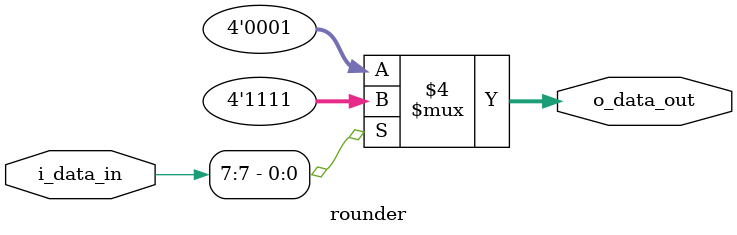
<source format=v>
`timescale 1ns / 1ps
module rounder #(
		parameter DATA_IN_WIDTH = 8,
		parameter DATA_OUT_WIDTH = 4
	)
	(
		i_data_in,
		o_data_out
    );

//-------------------------------------------------
// Inputs & Outputs Declaration
//-------------------------------------------------
	input 		[DATA_IN_WIDTH - 1		: 0]	i_data_in;
	output reg	[DATA_OUT_WIDTH - 1		: 0]	o_data_out;


//-------------------------------------------------
// 
//-------------------------------------------------
	always @(i_data_in) begin
		if (i_data_in[DATA_IN_WIDTH-1] == 0) begin
			o_data_out 	<= 4'b0001;	// 1.0  
		end
		else begin
			o_data_out	<= 4'b1111;	// -1.0		two's complement	
		end
	end

endmodule

</source>
